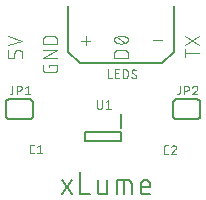
<source format=gto>
G04 EAGLE Gerber RS-274X export*
G75*
%MOMM*%
%FSLAX34Y34*%
%LPD*%
%INSilkscreen Top*%
%IPPOS*%
%AMOC8*
5,1,8,0,0,1.08239X$1,22.5*%
G01*
%ADD10C,0.152400*%
%ADD11C,0.101600*%
%ADD12C,0.076200*%
%ADD13C,0.200000*%


D10*
X61426Y20692D02*
X69637Y33009D01*
X61426Y33009D02*
X69637Y20692D01*
X76527Y20692D02*
X76527Y39168D01*
X76527Y20692D02*
X84739Y20692D01*
X91326Y23771D02*
X91326Y33009D01*
X91326Y23771D02*
X91328Y23661D01*
X91334Y23551D01*
X91344Y23442D01*
X91357Y23333D01*
X91375Y23224D01*
X91396Y23117D01*
X91422Y23010D01*
X91451Y22904D01*
X91484Y22799D01*
X91520Y22695D01*
X91560Y22593D01*
X91604Y22492D01*
X91652Y22393D01*
X91703Y22295D01*
X91757Y22200D01*
X91815Y22106D01*
X91876Y22015D01*
X91940Y21926D01*
X92008Y21839D01*
X92078Y21755D01*
X92151Y21673D01*
X92228Y21594D01*
X92307Y21517D01*
X92389Y21444D01*
X92473Y21374D01*
X92560Y21306D01*
X92649Y21242D01*
X92740Y21181D01*
X92834Y21123D01*
X92929Y21069D01*
X93027Y21018D01*
X93126Y20970D01*
X93227Y20926D01*
X93329Y20886D01*
X93433Y20850D01*
X93538Y20817D01*
X93644Y20788D01*
X93751Y20762D01*
X93858Y20741D01*
X93967Y20723D01*
X94076Y20710D01*
X94185Y20700D01*
X94295Y20694D01*
X94405Y20692D01*
X99537Y20692D01*
X99537Y33009D01*
X107673Y33009D02*
X107673Y20692D01*
X107673Y33009D02*
X116911Y33009D01*
X117021Y33007D01*
X117131Y33001D01*
X117240Y32991D01*
X117349Y32978D01*
X117458Y32960D01*
X117565Y32939D01*
X117672Y32913D01*
X117778Y32884D01*
X117883Y32851D01*
X117987Y32815D01*
X118089Y32775D01*
X118190Y32731D01*
X118289Y32683D01*
X118387Y32632D01*
X118482Y32578D01*
X118576Y32520D01*
X118667Y32459D01*
X118756Y32395D01*
X118843Y32327D01*
X118927Y32257D01*
X119009Y32184D01*
X119088Y32107D01*
X119165Y32028D01*
X119238Y31946D01*
X119308Y31862D01*
X119376Y31775D01*
X119440Y31686D01*
X119501Y31595D01*
X119559Y31501D01*
X119613Y31406D01*
X119664Y31308D01*
X119712Y31209D01*
X119756Y31108D01*
X119796Y31006D01*
X119832Y30902D01*
X119865Y30797D01*
X119894Y30691D01*
X119920Y30584D01*
X119941Y30477D01*
X119959Y30368D01*
X119972Y30259D01*
X119982Y30150D01*
X119988Y30040D01*
X119990Y29930D01*
X119990Y20692D01*
X113832Y20692D02*
X113832Y33009D01*
X130630Y20692D02*
X135762Y20692D01*
X130630Y20692D02*
X130520Y20694D01*
X130410Y20700D01*
X130301Y20710D01*
X130192Y20723D01*
X130083Y20741D01*
X129976Y20762D01*
X129869Y20788D01*
X129763Y20817D01*
X129658Y20850D01*
X129554Y20886D01*
X129452Y20926D01*
X129351Y20970D01*
X129252Y21018D01*
X129154Y21069D01*
X129059Y21123D01*
X128965Y21181D01*
X128874Y21242D01*
X128785Y21306D01*
X128698Y21374D01*
X128614Y21444D01*
X128532Y21517D01*
X128453Y21594D01*
X128376Y21673D01*
X128303Y21755D01*
X128233Y21839D01*
X128165Y21926D01*
X128101Y22015D01*
X128040Y22106D01*
X127982Y22200D01*
X127928Y22295D01*
X127877Y22393D01*
X127829Y22492D01*
X127785Y22593D01*
X127745Y22695D01*
X127709Y22799D01*
X127676Y22904D01*
X127647Y23010D01*
X127621Y23117D01*
X127600Y23224D01*
X127582Y23333D01*
X127569Y23442D01*
X127559Y23551D01*
X127553Y23661D01*
X127551Y23771D01*
X127551Y28903D01*
X127550Y28903D02*
X127552Y29029D01*
X127558Y29156D01*
X127568Y29282D01*
X127581Y29408D01*
X127599Y29533D01*
X127620Y29657D01*
X127645Y29781D01*
X127674Y29905D01*
X127707Y30027D01*
X127743Y30148D01*
X127783Y30268D01*
X127827Y30386D01*
X127875Y30503D01*
X127926Y30619D01*
X127980Y30733D01*
X128039Y30846D01*
X128100Y30956D01*
X128165Y31065D01*
X128233Y31171D01*
X128305Y31275D01*
X128379Y31377D01*
X128457Y31477D01*
X128538Y31574D01*
X128622Y31669D01*
X128708Y31761D01*
X128798Y31851D01*
X128890Y31937D01*
X128985Y32021D01*
X129082Y32102D01*
X129182Y32180D01*
X129284Y32254D01*
X129388Y32326D01*
X129494Y32394D01*
X129603Y32459D01*
X129713Y32520D01*
X129826Y32579D01*
X129940Y32633D01*
X130056Y32684D01*
X130173Y32732D01*
X130291Y32776D01*
X130411Y32816D01*
X130532Y32852D01*
X130654Y32885D01*
X130778Y32914D01*
X130902Y32939D01*
X131026Y32960D01*
X131151Y32978D01*
X131277Y32991D01*
X131403Y33001D01*
X131530Y33007D01*
X131656Y33009D01*
X131782Y33007D01*
X131909Y33001D01*
X132035Y32991D01*
X132161Y32978D01*
X132286Y32960D01*
X132410Y32939D01*
X132534Y32914D01*
X132658Y32885D01*
X132780Y32852D01*
X132901Y32816D01*
X133021Y32776D01*
X133139Y32732D01*
X133256Y32684D01*
X133372Y32633D01*
X133486Y32579D01*
X133599Y32520D01*
X133709Y32459D01*
X133818Y32394D01*
X133924Y32326D01*
X134028Y32254D01*
X134130Y32180D01*
X134230Y32102D01*
X134327Y32021D01*
X134422Y31937D01*
X134514Y31851D01*
X134604Y31761D01*
X134690Y31669D01*
X134774Y31574D01*
X134855Y31477D01*
X134933Y31377D01*
X135007Y31275D01*
X135079Y31171D01*
X135147Y31065D01*
X135212Y30956D01*
X135273Y30846D01*
X135332Y30733D01*
X135386Y30619D01*
X135437Y30503D01*
X135485Y30386D01*
X135529Y30268D01*
X135569Y30148D01*
X135605Y30027D01*
X135638Y29905D01*
X135667Y29781D01*
X135692Y29657D01*
X135713Y29533D01*
X135731Y29408D01*
X135744Y29282D01*
X135754Y29156D01*
X135760Y29029D01*
X135762Y28903D01*
X135762Y26850D01*
X127551Y26850D01*
D11*
X81185Y147017D02*
X81185Y154806D01*
X85080Y150912D02*
X77290Y150912D01*
X137748Y151761D02*
X145537Y151761D01*
D12*
X99794Y126432D02*
X99794Y119066D01*
X103068Y119066D01*
X106134Y119066D02*
X109408Y119066D01*
X106134Y119066D02*
X106134Y126432D01*
X109408Y126432D01*
X108589Y123158D02*
X106134Y123158D01*
X112458Y126432D02*
X112458Y119066D01*
X112458Y126432D02*
X114504Y126432D01*
X114593Y126430D01*
X114682Y126424D01*
X114771Y126414D01*
X114859Y126401D01*
X114947Y126384D01*
X115034Y126362D01*
X115119Y126337D01*
X115204Y126309D01*
X115287Y126276D01*
X115369Y126240D01*
X115449Y126201D01*
X115527Y126158D01*
X115603Y126112D01*
X115678Y126062D01*
X115750Y126009D01*
X115819Y125953D01*
X115886Y125894D01*
X115951Y125833D01*
X116012Y125768D01*
X116071Y125701D01*
X116127Y125632D01*
X116180Y125560D01*
X116230Y125485D01*
X116276Y125409D01*
X116319Y125331D01*
X116358Y125251D01*
X116394Y125169D01*
X116427Y125086D01*
X116455Y125001D01*
X116480Y124916D01*
X116502Y124829D01*
X116519Y124741D01*
X116532Y124653D01*
X116542Y124564D01*
X116548Y124475D01*
X116550Y124386D01*
X116550Y121112D01*
X116548Y121023D01*
X116542Y120934D01*
X116532Y120845D01*
X116519Y120757D01*
X116502Y120669D01*
X116480Y120582D01*
X116455Y120497D01*
X116427Y120412D01*
X116394Y120329D01*
X116358Y120247D01*
X116319Y120167D01*
X116276Y120089D01*
X116230Y120013D01*
X116180Y119938D01*
X116127Y119866D01*
X116071Y119797D01*
X116012Y119730D01*
X115951Y119665D01*
X115886Y119604D01*
X115819Y119545D01*
X115750Y119489D01*
X115678Y119436D01*
X115603Y119386D01*
X115527Y119340D01*
X115449Y119297D01*
X115369Y119258D01*
X115287Y119222D01*
X115204Y119189D01*
X115119Y119161D01*
X115034Y119136D01*
X114947Y119114D01*
X114859Y119097D01*
X114771Y119084D01*
X114682Y119074D01*
X114593Y119068D01*
X114504Y119066D01*
X112458Y119066D01*
X122229Y119066D02*
X122307Y119068D01*
X122385Y119073D01*
X122462Y119083D01*
X122539Y119096D01*
X122615Y119112D01*
X122690Y119132D01*
X122764Y119156D01*
X122837Y119183D01*
X122909Y119214D01*
X122979Y119248D01*
X123048Y119285D01*
X123114Y119326D01*
X123179Y119370D01*
X123241Y119416D01*
X123301Y119466D01*
X123359Y119518D01*
X123414Y119573D01*
X123466Y119631D01*
X123516Y119691D01*
X123562Y119753D01*
X123606Y119818D01*
X123647Y119885D01*
X123684Y119953D01*
X123718Y120023D01*
X123749Y120095D01*
X123776Y120168D01*
X123800Y120242D01*
X123820Y120317D01*
X123836Y120393D01*
X123849Y120470D01*
X123859Y120547D01*
X123864Y120625D01*
X123866Y120703D01*
X122229Y119066D02*
X122115Y119068D01*
X122002Y119073D01*
X121888Y119083D01*
X121775Y119096D01*
X121663Y119113D01*
X121551Y119133D01*
X121440Y119157D01*
X121329Y119185D01*
X121220Y119216D01*
X121112Y119251D01*
X121005Y119290D01*
X120899Y119332D01*
X120795Y119377D01*
X120692Y119426D01*
X120591Y119479D01*
X120492Y119534D01*
X120394Y119593D01*
X120299Y119655D01*
X120206Y119720D01*
X120114Y119788D01*
X120026Y119859D01*
X119939Y119933D01*
X119855Y120010D01*
X119774Y120089D01*
X119978Y124795D02*
X119980Y124873D01*
X119985Y124951D01*
X119995Y125028D01*
X120008Y125105D01*
X120024Y125181D01*
X120044Y125256D01*
X120068Y125330D01*
X120095Y125403D01*
X120126Y125475D01*
X120160Y125545D01*
X120197Y125614D01*
X120238Y125680D01*
X120282Y125745D01*
X120328Y125807D01*
X120378Y125867D01*
X120430Y125925D01*
X120485Y125980D01*
X120543Y126032D01*
X120603Y126082D01*
X120665Y126128D01*
X120730Y126172D01*
X120797Y126213D01*
X120865Y126250D01*
X120935Y126284D01*
X121007Y126315D01*
X121080Y126342D01*
X121154Y126366D01*
X121229Y126386D01*
X121305Y126402D01*
X121382Y126415D01*
X121459Y126425D01*
X121537Y126430D01*
X121615Y126432D01*
X121725Y126430D01*
X121834Y126424D01*
X121944Y126414D01*
X122052Y126401D01*
X122161Y126383D01*
X122268Y126362D01*
X122375Y126336D01*
X122481Y126307D01*
X122586Y126275D01*
X122689Y126238D01*
X122791Y126198D01*
X122892Y126154D01*
X122991Y126106D01*
X123088Y126056D01*
X123183Y126001D01*
X123276Y125943D01*
X123367Y125882D01*
X123456Y125818D01*
X120796Y123362D02*
X120729Y123404D01*
X120664Y123448D01*
X120602Y123496D01*
X120542Y123546D01*
X120484Y123599D01*
X120429Y123655D01*
X120377Y123714D01*
X120327Y123774D01*
X120280Y123838D01*
X120237Y123903D01*
X120196Y123970D01*
X120159Y124039D01*
X120125Y124110D01*
X120094Y124182D01*
X120067Y124256D01*
X120043Y124330D01*
X120023Y124406D01*
X120007Y124483D01*
X119994Y124560D01*
X119984Y124638D01*
X119979Y124717D01*
X119977Y124795D01*
X123047Y122135D02*
X123113Y122093D01*
X123178Y122049D01*
X123240Y122002D01*
X123300Y121951D01*
X123358Y121898D01*
X123413Y121842D01*
X123466Y121784D01*
X123515Y121723D01*
X123562Y121660D01*
X123605Y121595D01*
X123646Y121528D01*
X123683Y121459D01*
X123717Y121388D01*
X123748Y121316D01*
X123775Y121242D01*
X123799Y121167D01*
X123819Y121092D01*
X123835Y121015D01*
X123848Y120938D01*
X123858Y120860D01*
X123863Y120781D01*
X123865Y120703D01*
X123047Y122135D02*
X120796Y123363D01*
D13*
X66000Y141500D02*
X66000Y180500D01*
X66000Y141500D02*
X76000Y131500D01*
X146000Y131500D01*
X156000Y141500D01*
X156000Y180500D01*
D11*
X27272Y140131D02*
X27272Y136236D01*
X27271Y140131D02*
X27269Y140230D01*
X27263Y140330D01*
X27254Y140429D01*
X27241Y140527D01*
X27224Y140625D01*
X27203Y140723D01*
X27178Y140819D01*
X27150Y140914D01*
X27118Y141008D01*
X27083Y141101D01*
X27044Y141193D01*
X27001Y141283D01*
X26956Y141371D01*
X26906Y141458D01*
X26854Y141542D01*
X26798Y141625D01*
X26740Y141705D01*
X26678Y141783D01*
X26613Y141858D01*
X26545Y141931D01*
X26475Y142001D01*
X26402Y142069D01*
X26327Y142134D01*
X26249Y142196D01*
X26169Y142254D01*
X26086Y142310D01*
X26002Y142362D01*
X25915Y142412D01*
X25827Y142457D01*
X25737Y142500D01*
X25645Y142539D01*
X25552Y142574D01*
X25458Y142606D01*
X25363Y142634D01*
X25267Y142659D01*
X25169Y142680D01*
X25071Y142697D01*
X24973Y142710D01*
X24874Y142719D01*
X24774Y142725D01*
X24675Y142727D01*
X23377Y142727D01*
X23278Y142725D01*
X23178Y142719D01*
X23079Y142710D01*
X22981Y142697D01*
X22883Y142680D01*
X22785Y142659D01*
X22689Y142634D01*
X22594Y142606D01*
X22500Y142574D01*
X22407Y142539D01*
X22315Y142500D01*
X22225Y142457D01*
X22137Y142412D01*
X22050Y142362D01*
X21966Y142310D01*
X21883Y142254D01*
X21803Y142196D01*
X21725Y142134D01*
X21650Y142069D01*
X21577Y142001D01*
X21507Y141931D01*
X21439Y141858D01*
X21374Y141783D01*
X21312Y141705D01*
X21254Y141625D01*
X21198Y141542D01*
X21146Y141458D01*
X21096Y141371D01*
X21051Y141283D01*
X21008Y141193D01*
X20969Y141101D01*
X20934Y141008D01*
X20902Y140914D01*
X20874Y140819D01*
X20849Y140723D01*
X20828Y140625D01*
X20811Y140527D01*
X20798Y140429D01*
X20789Y140330D01*
X20783Y140230D01*
X20781Y140131D01*
X20781Y136236D01*
X15588Y136236D01*
X15588Y142727D01*
X15588Y147017D02*
X27272Y150912D01*
X15588Y154806D01*
D12*
X148909Y54772D02*
X150546Y54772D01*
X148909Y54772D02*
X148831Y54774D01*
X148753Y54779D01*
X148676Y54789D01*
X148599Y54802D01*
X148523Y54818D01*
X148448Y54838D01*
X148374Y54862D01*
X148301Y54889D01*
X148229Y54920D01*
X148159Y54954D01*
X148091Y54991D01*
X148024Y55032D01*
X147959Y55076D01*
X147897Y55122D01*
X147837Y55172D01*
X147779Y55224D01*
X147724Y55279D01*
X147672Y55337D01*
X147622Y55397D01*
X147576Y55459D01*
X147532Y55524D01*
X147491Y55591D01*
X147454Y55659D01*
X147420Y55729D01*
X147389Y55801D01*
X147362Y55874D01*
X147338Y55948D01*
X147318Y56023D01*
X147302Y56099D01*
X147289Y56176D01*
X147279Y56253D01*
X147274Y56331D01*
X147272Y56409D01*
X147273Y56409D02*
X147273Y60501D01*
X147272Y60501D02*
X147274Y60581D01*
X147280Y60661D01*
X147290Y60741D01*
X147303Y60820D01*
X147321Y60899D01*
X147342Y60976D01*
X147368Y61052D01*
X147397Y61127D01*
X147429Y61201D01*
X147465Y61273D01*
X147505Y61343D01*
X147548Y61410D01*
X147594Y61476D01*
X147644Y61539D01*
X147696Y61600D01*
X147751Y61659D01*
X147810Y61714D01*
X147870Y61766D01*
X147934Y61816D01*
X148000Y61862D01*
X148067Y61905D01*
X148137Y61945D01*
X148209Y61981D01*
X148283Y62013D01*
X148357Y62042D01*
X148434Y62068D01*
X148511Y62089D01*
X148590Y62107D01*
X148669Y62120D01*
X148749Y62130D01*
X148829Y62136D01*
X148909Y62138D01*
X150546Y62138D01*
X155642Y62139D02*
X155727Y62137D01*
X155812Y62131D01*
X155896Y62121D01*
X155980Y62108D01*
X156064Y62090D01*
X156146Y62069D01*
X156227Y62044D01*
X156307Y62015D01*
X156386Y61982D01*
X156463Y61946D01*
X156538Y61906D01*
X156612Y61863D01*
X156683Y61817D01*
X156752Y61767D01*
X156819Y61714D01*
X156883Y61658D01*
X156944Y61599D01*
X157003Y61538D01*
X157059Y61474D01*
X157112Y61407D01*
X157162Y61338D01*
X157208Y61267D01*
X157251Y61193D01*
X157291Y61118D01*
X157327Y61041D01*
X157360Y60962D01*
X157389Y60882D01*
X157414Y60801D01*
X157435Y60719D01*
X157453Y60635D01*
X157466Y60551D01*
X157476Y60467D01*
X157482Y60382D01*
X157484Y60297D01*
X155642Y62138D02*
X155546Y62136D01*
X155450Y62130D01*
X155355Y62120D01*
X155260Y62107D01*
X155165Y62089D01*
X155072Y62068D01*
X154979Y62043D01*
X154888Y62014D01*
X154797Y61982D01*
X154708Y61946D01*
X154621Y61906D01*
X154535Y61863D01*
X154451Y61817D01*
X154369Y61767D01*
X154289Y61713D01*
X154212Y61657D01*
X154137Y61597D01*
X154064Y61535D01*
X153994Y61469D01*
X153926Y61401D01*
X153861Y61330D01*
X153800Y61257D01*
X153741Y61181D01*
X153685Y61102D01*
X153633Y61022D01*
X153584Y60939D01*
X153538Y60855D01*
X153496Y60769D01*
X153458Y60681D01*
X153423Y60592D01*
X153391Y60501D01*
X156870Y58865D02*
X156930Y58924D01*
X156987Y58986D01*
X157042Y59050D01*
X157093Y59117D01*
X157142Y59186D01*
X157188Y59256D01*
X157231Y59329D01*
X157271Y59403D01*
X157307Y59479D01*
X157340Y59557D01*
X157370Y59636D01*
X157397Y59716D01*
X157420Y59797D01*
X157439Y59879D01*
X157455Y59961D01*
X157468Y60045D01*
X157477Y60129D01*
X157482Y60213D01*
X157484Y60297D01*
X156870Y58864D02*
X153392Y54772D01*
X157484Y54772D01*
X37284Y55373D02*
X35647Y55373D01*
X35569Y55375D01*
X35491Y55380D01*
X35414Y55390D01*
X35337Y55403D01*
X35261Y55419D01*
X35186Y55439D01*
X35112Y55463D01*
X35039Y55490D01*
X34967Y55521D01*
X34897Y55555D01*
X34829Y55592D01*
X34762Y55633D01*
X34697Y55677D01*
X34635Y55723D01*
X34575Y55773D01*
X34517Y55825D01*
X34462Y55880D01*
X34410Y55938D01*
X34360Y55998D01*
X34314Y56060D01*
X34270Y56125D01*
X34229Y56192D01*
X34192Y56260D01*
X34158Y56330D01*
X34127Y56402D01*
X34100Y56475D01*
X34076Y56549D01*
X34056Y56624D01*
X34040Y56700D01*
X34027Y56777D01*
X34017Y56854D01*
X34012Y56932D01*
X34010Y57010D01*
X34010Y61102D01*
X34012Y61182D01*
X34018Y61262D01*
X34028Y61342D01*
X34041Y61421D01*
X34059Y61500D01*
X34080Y61577D01*
X34106Y61653D01*
X34135Y61728D01*
X34167Y61802D01*
X34203Y61874D01*
X34243Y61944D01*
X34286Y62011D01*
X34332Y62077D01*
X34382Y62140D01*
X34434Y62201D01*
X34489Y62260D01*
X34548Y62315D01*
X34608Y62367D01*
X34672Y62417D01*
X34738Y62463D01*
X34805Y62506D01*
X34875Y62546D01*
X34947Y62582D01*
X35021Y62614D01*
X35095Y62643D01*
X35172Y62669D01*
X35249Y62690D01*
X35328Y62708D01*
X35407Y62721D01*
X35487Y62731D01*
X35567Y62737D01*
X35647Y62739D01*
X37284Y62739D01*
X40129Y61102D02*
X42176Y62739D01*
X42176Y55373D01*
X44222Y55373D02*
X40129Y55373D01*
D11*
X105232Y136504D02*
X116916Y136504D01*
X105232Y136504D02*
X105232Y139750D01*
X105231Y139750D02*
X105233Y139863D01*
X105239Y139976D01*
X105249Y140089D01*
X105263Y140202D01*
X105280Y140314D01*
X105302Y140425D01*
X105327Y140535D01*
X105357Y140645D01*
X105390Y140753D01*
X105427Y140860D01*
X105467Y140966D01*
X105512Y141070D01*
X105560Y141173D01*
X105611Y141274D01*
X105666Y141373D01*
X105724Y141470D01*
X105786Y141565D01*
X105851Y141658D01*
X105919Y141748D01*
X105990Y141836D01*
X106065Y141922D01*
X106142Y142005D01*
X106222Y142085D01*
X106305Y142162D01*
X106391Y142237D01*
X106479Y142308D01*
X106569Y142376D01*
X106662Y142441D01*
X106757Y142503D01*
X106854Y142561D01*
X106953Y142616D01*
X107054Y142667D01*
X107157Y142715D01*
X107261Y142760D01*
X107367Y142800D01*
X107474Y142837D01*
X107582Y142870D01*
X107692Y142900D01*
X107802Y142925D01*
X107913Y142947D01*
X108025Y142964D01*
X108138Y142978D01*
X108251Y142988D01*
X108364Y142994D01*
X108477Y142996D01*
X108477Y142995D02*
X113670Y142995D01*
X113670Y142996D02*
X113783Y142994D01*
X113896Y142988D01*
X114009Y142978D01*
X114122Y142964D01*
X114234Y142947D01*
X114345Y142925D01*
X114455Y142900D01*
X114565Y142870D01*
X114673Y142837D01*
X114780Y142800D01*
X114886Y142760D01*
X114990Y142715D01*
X115093Y142667D01*
X115194Y142616D01*
X115293Y142561D01*
X115390Y142503D01*
X115485Y142441D01*
X115578Y142376D01*
X115668Y142308D01*
X115756Y142237D01*
X115842Y142162D01*
X115925Y142085D01*
X116005Y142005D01*
X116082Y141922D01*
X116157Y141836D01*
X116228Y141748D01*
X116296Y141658D01*
X116361Y141565D01*
X116423Y141470D01*
X116481Y141373D01*
X116536Y141274D01*
X116587Y141173D01*
X116635Y141070D01*
X116680Y140966D01*
X116720Y140860D01*
X116757Y140753D01*
X116790Y140645D01*
X116820Y140535D01*
X116845Y140425D01*
X116867Y140314D01*
X116884Y140202D01*
X116898Y140089D01*
X116908Y139976D01*
X116914Y139863D01*
X116916Y139750D01*
X116916Y136504D01*
X111074Y148315D02*
X110844Y148318D01*
X110614Y148326D01*
X110385Y148340D01*
X110156Y148359D01*
X109927Y148384D01*
X109699Y148414D01*
X109472Y148449D01*
X109246Y148490D01*
X109021Y148536D01*
X108797Y148588D01*
X108574Y148645D01*
X108353Y148707D01*
X108133Y148775D01*
X107915Y148848D01*
X107699Y148926D01*
X107485Y149009D01*
X107273Y149097D01*
X107062Y149190D01*
X106855Y149289D01*
X106765Y149322D01*
X106676Y149358D01*
X106588Y149398D01*
X106503Y149442D01*
X106419Y149489D01*
X106337Y149539D01*
X106257Y149593D01*
X106180Y149649D01*
X106104Y149709D01*
X106031Y149772D01*
X105961Y149837D01*
X105893Y149906D01*
X105829Y149977D01*
X105767Y150050D01*
X105708Y150126D01*
X105652Y150204D01*
X105599Y150285D01*
X105550Y150367D01*
X105504Y150451D01*
X105461Y150538D01*
X105422Y150625D01*
X105386Y150715D01*
X105354Y150805D01*
X105326Y150897D01*
X105301Y150990D01*
X105280Y151084D01*
X105263Y151178D01*
X105249Y151273D01*
X105240Y151369D01*
X105234Y151465D01*
X105232Y151561D01*
X105234Y151657D01*
X105240Y151753D01*
X105249Y151849D01*
X105263Y151944D01*
X105280Y152038D01*
X105301Y152132D01*
X105326Y152225D01*
X105354Y152317D01*
X105386Y152407D01*
X105422Y152497D01*
X105461Y152585D01*
X105504Y152671D01*
X105550Y152755D01*
X105599Y152837D01*
X105652Y152918D01*
X105708Y152996D01*
X105767Y153072D01*
X105829Y153145D01*
X105893Y153216D01*
X105961Y153285D01*
X106031Y153350D01*
X106104Y153413D01*
X106180Y153473D01*
X106257Y153529D01*
X106337Y153583D01*
X106419Y153633D01*
X106503Y153680D01*
X106588Y153724D01*
X106676Y153764D01*
X106765Y153800D01*
X106855Y153833D01*
X107062Y153932D01*
X107273Y154025D01*
X107485Y154113D01*
X107699Y154196D01*
X107915Y154274D01*
X108133Y154347D01*
X108353Y154415D01*
X108574Y154477D01*
X108797Y154534D01*
X109021Y154586D01*
X109246Y154632D01*
X109472Y154673D01*
X109699Y154708D01*
X109927Y154738D01*
X110156Y154763D01*
X110385Y154782D01*
X110614Y154796D01*
X110844Y154804D01*
X111074Y154807D01*
X111074Y148315D02*
X111304Y148318D01*
X111534Y148326D01*
X111763Y148340D01*
X111992Y148359D01*
X112221Y148384D01*
X112449Y148414D01*
X112676Y148449D01*
X112902Y148490D01*
X113127Y148536D01*
X113351Y148588D01*
X113574Y148645D01*
X113795Y148707D01*
X114015Y148775D01*
X114233Y148848D01*
X114449Y148926D01*
X114663Y149009D01*
X114875Y149097D01*
X115086Y149190D01*
X115293Y149289D01*
X115383Y149322D01*
X115472Y149358D01*
X115560Y149399D01*
X115645Y149442D01*
X115729Y149489D01*
X115811Y149539D01*
X115891Y149593D01*
X115968Y149649D01*
X116044Y149709D01*
X116117Y149772D01*
X116187Y149837D01*
X116255Y149906D01*
X116319Y149977D01*
X116381Y150050D01*
X116440Y150126D01*
X116496Y150204D01*
X116549Y150285D01*
X116598Y150367D01*
X116644Y150451D01*
X116687Y150538D01*
X116726Y150625D01*
X116762Y150715D01*
X116794Y150805D01*
X116822Y150897D01*
X116847Y150990D01*
X116868Y151084D01*
X116885Y151178D01*
X116899Y151273D01*
X116908Y151369D01*
X116914Y151465D01*
X116916Y151561D01*
X115293Y153833D02*
X115086Y153932D01*
X114875Y154025D01*
X114663Y154113D01*
X114449Y154196D01*
X114233Y154274D01*
X114015Y154347D01*
X113795Y154415D01*
X113574Y154477D01*
X113351Y154534D01*
X113127Y154586D01*
X112902Y154632D01*
X112676Y154673D01*
X112449Y154708D01*
X112221Y154738D01*
X111992Y154763D01*
X111763Y154782D01*
X111534Y154796D01*
X111304Y154804D01*
X111074Y154807D01*
X115293Y153833D02*
X115383Y153800D01*
X115472Y153764D01*
X115560Y153724D01*
X115645Y153680D01*
X115729Y153633D01*
X115811Y153583D01*
X115891Y153529D01*
X115968Y153473D01*
X116044Y153413D01*
X116117Y153350D01*
X116187Y153285D01*
X116255Y153216D01*
X116319Y153145D01*
X116381Y153072D01*
X116440Y152996D01*
X116496Y152918D01*
X116549Y152837D01*
X116598Y152755D01*
X116644Y152671D01*
X116687Y152584D01*
X116726Y152497D01*
X116762Y152407D01*
X116794Y152317D01*
X116822Y152225D01*
X116847Y152132D01*
X116868Y152038D01*
X116885Y151944D01*
X116899Y151849D01*
X116908Y151753D01*
X116914Y151657D01*
X116916Y151561D01*
X114319Y148964D02*
X107828Y154157D01*
X50190Y130422D02*
X50190Y128475D01*
X50190Y130422D02*
X56682Y130422D01*
X56682Y126528D01*
X56681Y126528D02*
X56679Y126429D01*
X56673Y126329D01*
X56664Y126230D01*
X56651Y126132D01*
X56634Y126034D01*
X56613Y125936D01*
X56588Y125840D01*
X56560Y125745D01*
X56528Y125651D01*
X56493Y125558D01*
X56454Y125466D01*
X56411Y125376D01*
X56366Y125288D01*
X56316Y125201D01*
X56264Y125117D01*
X56208Y125034D01*
X56150Y124954D01*
X56088Y124876D01*
X56023Y124801D01*
X55955Y124728D01*
X55885Y124658D01*
X55812Y124590D01*
X55737Y124525D01*
X55659Y124463D01*
X55579Y124405D01*
X55496Y124349D01*
X55412Y124297D01*
X55325Y124247D01*
X55237Y124202D01*
X55147Y124159D01*
X55055Y124120D01*
X54962Y124085D01*
X54868Y124053D01*
X54773Y124025D01*
X54677Y124000D01*
X54579Y123979D01*
X54481Y123962D01*
X54383Y123949D01*
X54284Y123940D01*
X54184Y123934D01*
X54085Y123932D01*
X54085Y123931D02*
X47594Y123931D01*
X47495Y123933D01*
X47395Y123939D01*
X47296Y123948D01*
X47198Y123961D01*
X47100Y123979D01*
X47002Y123999D01*
X46906Y124024D01*
X46810Y124052D01*
X46716Y124084D01*
X46623Y124119D01*
X46532Y124158D01*
X46442Y124201D01*
X46353Y124246D01*
X46267Y124296D01*
X46182Y124348D01*
X46100Y124404D01*
X46020Y124463D01*
X45942Y124524D01*
X45866Y124589D01*
X45793Y124657D01*
X45723Y124727D01*
X45655Y124800D01*
X45590Y124876D01*
X45529Y124954D01*
X45470Y125034D01*
X45414Y125116D01*
X45362Y125201D01*
X45313Y125287D01*
X45267Y125376D01*
X45224Y125466D01*
X45185Y125557D01*
X45150Y125650D01*
X45118Y125744D01*
X45090Y125840D01*
X45065Y125936D01*
X45045Y126034D01*
X45027Y126132D01*
X45014Y126230D01*
X45005Y126329D01*
X44999Y126428D01*
X44997Y126528D01*
X44998Y126528D02*
X44998Y130422D01*
X44998Y136123D02*
X56682Y136123D01*
X56682Y142614D02*
X44998Y136123D01*
X44998Y142614D02*
X56682Y142614D01*
X56682Y148315D02*
X44998Y148315D01*
X44998Y151561D01*
X44997Y151561D02*
X44999Y151674D01*
X45005Y151787D01*
X45015Y151900D01*
X45029Y152013D01*
X45046Y152125D01*
X45068Y152236D01*
X45093Y152346D01*
X45123Y152456D01*
X45156Y152564D01*
X45193Y152671D01*
X45233Y152777D01*
X45278Y152881D01*
X45326Y152984D01*
X45377Y153085D01*
X45432Y153184D01*
X45490Y153281D01*
X45552Y153376D01*
X45617Y153469D01*
X45685Y153559D01*
X45756Y153647D01*
X45831Y153733D01*
X45908Y153816D01*
X45988Y153896D01*
X46071Y153973D01*
X46157Y154048D01*
X46245Y154119D01*
X46335Y154187D01*
X46428Y154252D01*
X46523Y154314D01*
X46620Y154372D01*
X46719Y154427D01*
X46820Y154478D01*
X46923Y154526D01*
X47027Y154571D01*
X47133Y154611D01*
X47240Y154648D01*
X47348Y154681D01*
X47458Y154711D01*
X47568Y154736D01*
X47679Y154758D01*
X47791Y154775D01*
X47904Y154789D01*
X48017Y154799D01*
X48130Y154805D01*
X48243Y154807D01*
X48243Y154806D02*
X53436Y154806D01*
X53436Y154807D02*
X53549Y154805D01*
X53662Y154799D01*
X53775Y154789D01*
X53888Y154775D01*
X54000Y154758D01*
X54111Y154736D01*
X54221Y154711D01*
X54331Y154681D01*
X54439Y154648D01*
X54546Y154611D01*
X54652Y154571D01*
X54756Y154526D01*
X54859Y154478D01*
X54960Y154427D01*
X55059Y154372D01*
X55156Y154314D01*
X55251Y154252D01*
X55344Y154187D01*
X55434Y154119D01*
X55522Y154048D01*
X55608Y153973D01*
X55691Y153896D01*
X55771Y153816D01*
X55848Y153733D01*
X55923Y153647D01*
X55994Y153559D01*
X56062Y153469D01*
X56127Y153376D01*
X56189Y153281D01*
X56247Y153184D01*
X56302Y153085D01*
X56353Y152984D01*
X56401Y152881D01*
X56446Y152777D01*
X56486Y152671D01*
X56523Y152564D01*
X56556Y152456D01*
X56586Y152346D01*
X56611Y152236D01*
X56633Y152125D01*
X56650Y152013D01*
X56664Y151900D01*
X56674Y151787D01*
X56680Y151674D01*
X56682Y151561D01*
X56682Y148315D01*
D13*
X110701Y73486D02*
X110701Y65986D01*
X80701Y65986D01*
X80701Y73486D01*
X110701Y73486D01*
X110701Y76986D02*
X110701Y88486D01*
D12*
X90675Y94895D02*
X90675Y100215D01*
X90675Y94895D02*
X90677Y94806D01*
X90683Y94717D01*
X90693Y94628D01*
X90706Y94540D01*
X90723Y94452D01*
X90745Y94365D01*
X90770Y94280D01*
X90798Y94195D01*
X90831Y94112D01*
X90867Y94030D01*
X90906Y93950D01*
X90949Y93872D01*
X90995Y93796D01*
X91045Y93721D01*
X91098Y93649D01*
X91154Y93580D01*
X91213Y93513D01*
X91274Y93448D01*
X91339Y93387D01*
X91406Y93328D01*
X91475Y93272D01*
X91547Y93219D01*
X91622Y93169D01*
X91698Y93123D01*
X91776Y93080D01*
X91856Y93041D01*
X91938Y93005D01*
X92021Y92972D01*
X92106Y92944D01*
X92191Y92919D01*
X92278Y92897D01*
X92366Y92880D01*
X92454Y92867D01*
X92543Y92857D01*
X92632Y92851D01*
X92721Y92849D01*
X92810Y92851D01*
X92899Y92857D01*
X92988Y92867D01*
X93076Y92880D01*
X93164Y92897D01*
X93251Y92919D01*
X93336Y92944D01*
X93421Y92972D01*
X93504Y93005D01*
X93586Y93041D01*
X93666Y93080D01*
X93744Y93123D01*
X93820Y93169D01*
X93895Y93219D01*
X93967Y93272D01*
X94036Y93328D01*
X94103Y93387D01*
X94168Y93448D01*
X94229Y93513D01*
X94288Y93580D01*
X94344Y93649D01*
X94397Y93721D01*
X94447Y93796D01*
X94493Y93872D01*
X94536Y93950D01*
X94575Y94030D01*
X94611Y94112D01*
X94644Y94195D01*
X94672Y94280D01*
X94697Y94365D01*
X94719Y94452D01*
X94736Y94540D01*
X94749Y94628D01*
X94759Y94717D01*
X94765Y94806D01*
X94767Y94895D01*
X94767Y100215D01*
X98234Y98578D02*
X100280Y100215D01*
X100280Y92849D01*
X98234Y92849D02*
X102326Y92849D01*
D11*
X165487Y140244D02*
X177171Y140244D01*
X165487Y136998D02*
X165487Y143489D01*
X165487Y154806D02*
X177171Y147017D01*
X177171Y154806D02*
X165487Y147017D01*
D10*
X33970Y84794D02*
X16030Y84794D01*
X33970Y101114D02*
X34070Y101112D01*
X34169Y101106D01*
X34269Y101096D01*
X34367Y101083D01*
X34466Y101065D01*
X34563Y101044D01*
X34659Y101019D01*
X34755Y100990D01*
X34849Y100957D01*
X34942Y100921D01*
X35033Y100881D01*
X35123Y100837D01*
X35211Y100790D01*
X35297Y100740D01*
X35381Y100686D01*
X35463Y100629D01*
X35542Y100569D01*
X35620Y100505D01*
X35694Y100439D01*
X35766Y100370D01*
X35835Y100298D01*
X35901Y100224D01*
X35965Y100146D01*
X36025Y100067D01*
X36082Y99985D01*
X36136Y99901D01*
X36186Y99815D01*
X36233Y99727D01*
X36277Y99637D01*
X36317Y99546D01*
X36353Y99453D01*
X36386Y99359D01*
X36415Y99263D01*
X36440Y99167D01*
X36461Y99070D01*
X36479Y98971D01*
X36492Y98873D01*
X36502Y98773D01*
X36508Y98674D01*
X36510Y98574D01*
X16030Y101114D02*
X15930Y101112D01*
X15831Y101106D01*
X15731Y101096D01*
X15633Y101083D01*
X15534Y101065D01*
X15437Y101044D01*
X15341Y101019D01*
X15245Y100990D01*
X15151Y100957D01*
X15058Y100921D01*
X14967Y100881D01*
X14877Y100837D01*
X14789Y100790D01*
X14703Y100740D01*
X14619Y100686D01*
X14537Y100629D01*
X14458Y100569D01*
X14380Y100505D01*
X14306Y100439D01*
X14234Y100370D01*
X14165Y100298D01*
X14099Y100224D01*
X14035Y100146D01*
X13975Y100067D01*
X13918Y99985D01*
X13864Y99901D01*
X13814Y99815D01*
X13767Y99727D01*
X13723Y99637D01*
X13683Y99546D01*
X13647Y99453D01*
X13614Y99359D01*
X13585Y99263D01*
X13560Y99167D01*
X13539Y99070D01*
X13521Y98971D01*
X13508Y98873D01*
X13498Y98773D01*
X13492Y98674D01*
X13490Y98574D01*
X13490Y87334D02*
X13492Y87234D01*
X13498Y87135D01*
X13508Y87035D01*
X13521Y86937D01*
X13539Y86838D01*
X13560Y86741D01*
X13585Y86645D01*
X13614Y86549D01*
X13647Y86455D01*
X13683Y86362D01*
X13723Y86271D01*
X13767Y86181D01*
X13814Y86093D01*
X13864Y86007D01*
X13918Y85923D01*
X13975Y85841D01*
X14035Y85762D01*
X14099Y85684D01*
X14165Y85610D01*
X14234Y85538D01*
X14306Y85469D01*
X14380Y85403D01*
X14458Y85339D01*
X14537Y85279D01*
X14619Y85222D01*
X14703Y85168D01*
X14789Y85118D01*
X14877Y85071D01*
X14967Y85027D01*
X15058Y84987D01*
X15151Y84951D01*
X15245Y84918D01*
X15341Y84889D01*
X15437Y84864D01*
X15534Y84843D01*
X15633Y84825D01*
X15731Y84812D01*
X15831Y84802D01*
X15930Y84796D01*
X16030Y84794D01*
X33970Y84794D02*
X34070Y84796D01*
X34169Y84802D01*
X34269Y84812D01*
X34367Y84825D01*
X34466Y84843D01*
X34563Y84864D01*
X34659Y84889D01*
X34755Y84918D01*
X34849Y84951D01*
X34942Y84987D01*
X35033Y85027D01*
X35123Y85071D01*
X35211Y85118D01*
X35297Y85168D01*
X35381Y85222D01*
X35463Y85279D01*
X35542Y85339D01*
X35620Y85403D01*
X35694Y85469D01*
X35766Y85538D01*
X35835Y85610D01*
X35901Y85684D01*
X35965Y85762D01*
X36025Y85841D01*
X36082Y85923D01*
X36136Y86007D01*
X36186Y86093D01*
X36233Y86181D01*
X36277Y86271D01*
X36317Y86362D01*
X36353Y86455D01*
X36386Y86549D01*
X36415Y86645D01*
X36440Y86741D01*
X36461Y86838D01*
X36479Y86937D01*
X36492Y87035D01*
X36502Y87135D01*
X36508Y87234D01*
X36510Y87334D01*
X36510Y98574D01*
X13490Y98574D02*
X13490Y87334D01*
X16030Y101114D02*
X33970Y101114D01*
D12*
X19119Y106873D02*
X19119Y112602D01*
X19119Y106873D02*
X19117Y106795D01*
X19112Y106717D01*
X19102Y106640D01*
X19089Y106563D01*
X19073Y106487D01*
X19053Y106412D01*
X19029Y106338D01*
X19002Y106265D01*
X18971Y106193D01*
X18937Y106123D01*
X18900Y106055D01*
X18859Y105988D01*
X18815Y105923D01*
X18769Y105861D01*
X18719Y105801D01*
X18667Y105743D01*
X18612Y105688D01*
X18554Y105636D01*
X18494Y105586D01*
X18432Y105540D01*
X18367Y105496D01*
X18301Y105455D01*
X18232Y105418D01*
X18162Y105384D01*
X18090Y105353D01*
X18017Y105326D01*
X17943Y105302D01*
X17868Y105282D01*
X17792Y105266D01*
X17715Y105253D01*
X17638Y105243D01*
X17560Y105238D01*
X17482Y105236D01*
X16664Y105236D01*
X22915Y105236D02*
X22915Y112602D01*
X24961Y112602D01*
X25050Y112600D01*
X25139Y112594D01*
X25228Y112584D01*
X25316Y112571D01*
X25404Y112554D01*
X25491Y112532D01*
X25576Y112507D01*
X25661Y112479D01*
X25744Y112446D01*
X25826Y112410D01*
X25906Y112371D01*
X25984Y112328D01*
X26060Y112282D01*
X26135Y112232D01*
X26207Y112179D01*
X26276Y112123D01*
X26343Y112064D01*
X26408Y112003D01*
X26469Y111938D01*
X26528Y111871D01*
X26584Y111802D01*
X26637Y111730D01*
X26687Y111655D01*
X26733Y111579D01*
X26776Y111501D01*
X26815Y111421D01*
X26851Y111339D01*
X26884Y111256D01*
X26912Y111171D01*
X26937Y111086D01*
X26959Y110999D01*
X26976Y110911D01*
X26989Y110823D01*
X26999Y110734D01*
X27005Y110645D01*
X27007Y110556D01*
X27005Y110467D01*
X26999Y110378D01*
X26989Y110289D01*
X26976Y110201D01*
X26959Y110113D01*
X26937Y110026D01*
X26912Y109941D01*
X26884Y109856D01*
X26851Y109773D01*
X26815Y109691D01*
X26776Y109611D01*
X26733Y109533D01*
X26687Y109457D01*
X26637Y109382D01*
X26584Y109310D01*
X26528Y109241D01*
X26469Y109174D01*
X26408Y109109D01*
X26343Y109048D01*
X26276Y108989D01*
X26207Y108933D01*
X26135Y108880D01*
X26060Y108830D01*
X25984Y108784D01*
X25906Y108741D01*
X25826Y108702D01*
X25744Y108666D01*
X25661Y108633D01*
X25576Y108605D01*
X25491Y108580D01*
X25404Y108558D01*
X25316Y108541D01*
X25228Y108528D01*
X25139Y108518D01*
X25050Y108512D01*
X24961Y108510D01*
X22915Y108510D01*
X29869Y110965D02*
X31915Y112602D01*
X31915Y105236D01*
X29869Y105236D02*
X33961Y105236D01*
D10*
X157718Y84794D02*
X175658Y84794D01*
X178198Y98574D02*
X178196Y98674D01*
X178190Y98773D01*
X178180Y98873D01*
X178167Y98971D01*
X178149Y99070D01*
X178128Y99167D01*
X178103Y99263D01*
X178074Y99359D01*
X178041Y99453D01*
X178005Y99546D01*
X177965Y99637D01*
X177921Y99727D01*
X177874Y99815D01*
X177824Y99901D01*
X177770Y99985D01*
X177713Y100067D01*
X177653Y100146D01*
X177589Y100224D01*
X177523Y100298D01*
X177454Y100370D01*
X177382Y100439D01*
X177308Y100505D01*
X177230Y100569D01*
X177151Y100629D01*
X177069Y100686D01*
X176985Y100740D01*
X176899Y100790D01*
X176811Y100837D01*
X176721Y100881D01*
X176630Y100921D01*
X176537Y100957D01*
X176443Y100990D01*
X176347Y101019D01*
X176251Y101044D01*
X176154Y101065D01*
X176055Y101083D01*
X175957Y101096D01*
X175857Y101106D01*
X175758Y101112D01*
X175658Y101114D01*
X157718Y101114D02*
X157618Y101112D01*
X157519Y101106D01*
X157419Y101096D01*
X157321Y101083D01*
X157222Y101065D01*
X157125Y101044D01*
X157029Y101019D01*
X156933Y100990D01*
X156839Y100957D01*
X156746Y100921D01*
X156655Y100881D01*
X156565Y100837D01*
X156477Y100790D01*
X156391Y100740D01*
X156307Y100686D01*
X156225Y100629D01*
X156146Y100569D01*
X156068Y100505D01*
X155994Y100439D01*
X155922Y100370D01*
X155853Y100298D01*
X155787Y100224D01*
X155723Y100146D01*
X155663Y100067D01*
X155606Y99985D01*
X155552Y99901D01*
X155502Y99815D01*
X155455Y99727D01*
X155411Y99637D01*
X155371Y99546D01*
X155335Y99453D01*
X155302Y99359D01*
X155273Y99263D01*
X155248Y99167D01*
X155227Y99070D01*
X155209Y98971D01*
X155196Y98873D01*
X155186Y98773D01*
X155180Y98674D01*
X155178Y98574D01*
X155178Y87334D02*
X155180Y87234D01*
X155186Y87135D01*
X155196Y87035D01*
X155209Y86937D01*
X155227Y86838D01*
X155248Y86741D01*
X155273Y86645D01*
X155302Y86549D01*
X155335Y86455D01*
X155371Y86362D01*
X155411Y86271D01*
X155455Y86181D01*
X155502Y86093D01*
X155552Y86007D01*
X155606Y85923D01*
X155663Y85841D01*
X155723Y85762D01*
X155787Y85684D01*
X155853Y85610D01*
X155922Y85538D01*
X155994Y85469D01*
X156068Y85403D01*
X156146Y85339D01*
X156225Y85279D01*
X156307Y85222D01*
X156391Y85168D01*
X156477Y85118D01*
X156565Y85071D01*
X156655Y85027D01*
X156746Y84987D01*
X156839Y84951D01*
X156933Y84918D01*
X157029Y84889D01*
X157125Y84864D01*
X157222Y84843D01*
X157321Y84825D01*
X157419Y84812D01*
X157519Y84802D01*
X157618Y84796D01*
X157718Y84794D01*
X175658Y84794D02*
X175758Y84796D01*
X175857Y84802D01*
X175957Y84812D01*
X176055Y84825D01*
X176154Y84843D01*
X176251Y84864D01*
X176347Y84889D01*
X176443Y84918D01*
X176537Y84951D01*
X176630Y84987D01*
X176721Y85027D01*
X176811Y85071D01*
X176899Y85118D01*
X176985Y85168D01*
X177069Y85222D01*
X177151Y85279D01*
X177230Y85339D01*
X177308Y85403D01*
X177382Y85469D01*
X177454Y85538D01*
X177523Y85610D01*
X177589Y85684D01*
X177653Y85762D01*
X177713Y85841D01*
X177770Y85923D01*
X177824Y86007D01*
X177874Y86093D01*
X177921Y86181D01*
X177965Y86271D01*
X178005Y86362D01*
X178041Y86455D01*
X178074Y86549D01*
X178103Y86645D01*
X178128Y86741D01*
X178149Y86838D01*
X178167Y86937D01*
X178180Y87035D01*
X178190Y87135D01*
X178196Y87234D01*
X178198Y87334D01*
X178198Y98574D01*
X155178Y98574D02*
X155178Y87334D01*
X157718Y101114D02*
X175658Y101114D01*
D12*
X160718Y106873D02*
X160718Y112602D01*
X160718Y106873D02*
X160716Y106795D01*
X160711Y106717D01*
X160701Y106640D01*
X160688Y106563D01*
X160672Y106487D01*
X160652Y106412D01*
X160628Y106338D01*
X160601Y106265D01*
X160570Y106193D01*
X160536Y106123D01*
X160499Y106055D01*
X160458Y105988D01*
X160414Y105923D01*
X160368Y105861D01*
X160318Y105801D01*
X160266Y105743D01*
X160211Y105688D01*
X160153Y105636D01*
X160093Y105586D01*
X160031Y105540D01*
X159966Y105496D01*
X159900Y105455D01*
X159831Y105418D01*
X159761Y105384D01*
X159689Y105353D01*
X159616Y105326D01*
X159542Y105302D01*
X159467Y105282D01*
X159391Y105266D01*
X159314Y105253D01*
X159237Y105243D01*
X159159Y105238D01*
X159081Y105236D01*
X158262Y105236D01*
X164514Y105236D02*
X164514Y112602D01*
X166560Y112602D01*
X166649Y112600D01*
X166738Y112594D01*
X166827Y112584D01*
X166915Y112571D01*
X167003Y112554D01*
X167090Y112532D01*
X167175Y112507D01*
X167260Y112479D01*
X167343Y112446D01*
X167425Y112410D01*
X167505Y112371D01*
X167583Y112328D01*
X167659Y112282D01*
X167734Y112232D01*
X167806Y112179D01*
X167875Y112123D01*
X167942Y112064D01*
X168007Y112003D01*
X168068Y111938D01*
X168127Y111871D01*
X168183Y111802D01*
X168236Y111730D01*
X168286Y111655D01*
X168332Y111579D01*
X168375Y111501D01*
X168414Y111421D01*
X168450Y111339D01*
X168483Y111256D01*
X168511Y111171D01*
X168536Y111086D01*
X168558Y110999D01*
X168575Y110911D01*
X168588Y110823D01*
X168598Y110734D01*
X168604Y110645D01*
X168606Y110556D01*
X168604Y110467D01*
X168598Y110378D01*
X168588Y110289D01*
X168575Y110201D01*
X168558Y110113D01*
X168536Y110026D01*
X168511Y109941D01*
X168483Y109856D01*
X168450Y109773D01*
X168414Y109691D01*
X168375Y109611D01*
X168332Y109533D01*
X168286Y109457D01*
X168236Y109382D01*
X168183Y109310D01*
X168127Y109241D01*
X168068Y109174D01*
X168007Y109109D01*
X167942Y109048D01*
X167875Y108989D01*
X167806Y108933D01*
X167734Y108880D01*
X167659Y108830D01*
X167583Y108784D01*
X167505Y108741D01*
X167425Y108702D01*
X167343Y108666D01*
X167260Y108633D01*
X167175Y108605D01*
X167090Y108580D01*
X167003Y108558D01*
X166915Y108541D01*
X166827Y108528D01*
X166738Y108518D01*
X166649Y108512D01*
X166560Y108510D01*
X164514Y108510D01*
X173718Y112603D02*
X173803Y112601D01*
X173888Y112595D01*
X173972Y112585D01*
X174056Y112572D01*
X174140Y112554D01*
X174222Y112533D01*
X174303Y112508D01*
X174383Y112479D01*
X174462Y112446D01*
X174539Y112410D01*
X174614Y112370D01*
X174688Y112327D01*
X174759Y112281D01*
X174828Y112231D01*
X174895Y112178D01*
X174959Y112122D01*
X175020Y112063D01*
X175079Y112002D01*
X175135Y111938D01*
X175188Y111871D01*
X175238Y111802D01*
X175284Y111731D01*
X175327Y111657D01*
X175367Y111582D01*
X175403Y111505D01*
X175436Y111426D01*
X175465Y111346D01*
X175490Y111265D01*
X175511Y111183D01*
X175529Y111099D01*
X175542Y111015D01*
X175552Y110931D01*
X175558Y110846D01*
X175560Y110761D01*
X173718Y112603D02*
X173622Y112601D01*
X173526Y112595D01*
X173431Y112585D01*
X173336Y112572D01*
X173241Y112554D01*
X173148Y112533D01*
X173055Y112508D01*
X172964Y112479D01*
X172873Y112447D01*
X172784Y112411D01*
X172697Y112371D01*
X172611Y112328D01*
X172527Y112282D01*
X172445Y112232D01*
X172365Y112178D01*
X172288Y112122D01*
X172213Y112062D01*
X172140Y112000D01*
X172070Y111934D01*
X172002Y111866D01*
X171937Y111795D01*
X171876Y111722D01*
X171817Y111646D01*
X171761Y111567D01*
X171709Y111487D01*
X171660Y111404D01*
X171614Y111320D01*
X171572Y111234D01*
X171534Y111146D01*
X171499Y111057D01*
X171467Y110966D01*
X174946Y109329D02*
X175006Y109388D01*
X175063Y109450D01*
X175118Y109514D01*
X175169Y109581D01*
X175218Y109650D01*
X175264Y109720D01*
X175307Y109793D01*
X175347Y109867D01*
X175383Y109943D01*
X175416Y110021D01*
X175446Y110100D01*
X175473Y110180D01*
X175496Y110261D01*
X175515Y110343D01*
X175531Y110425D01*
X175544Y110509D01*
X175553Y110593D01*
X175558Y110677D01*
X175560Y110761D01*
X174946Y109329D02*
X171467Y105236D01*
X175559Y105236D01*
M02*

</source>
